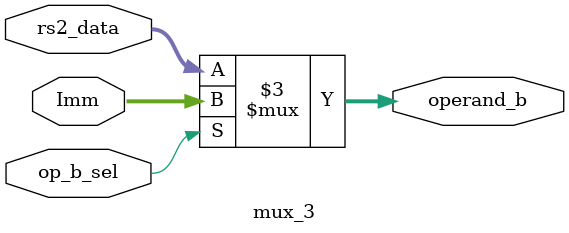
<source format=v>
module mux_3(
input wire op_b_sel,
input wire [31:0] rs2_data,
input wire [31:0] Imm,
output reg [31:0] operand_b
);
always @(*) begin
if (op_b_sel)
      operand_b = Imm;
else 
      operand_b = rs2_data;
end
endmodule
</source>
